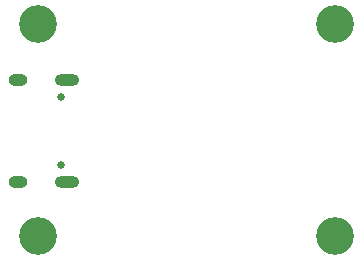
<source format=gbr>
%TF.GenerationSoftware,KiCad,Pcbnew,7.0.5*%
%TF.CreationDate,2023-07-02T14:02:18+02:00*%
%TF.ProjectId,usb_to_serial_converter,7573625f-746f-45f7-9365-7269616c5f63,rev?*%
%TF.SameCoordinates,Original*%
%TF.FileFunction,Soldermask,Bot*%
%TF.FilePolarity,Negative*%
%FSLAX46Y46*%
G04 Gerber Fmt 4.6, Leading zero omitted, Abs format (unit mm)*
G04 Created by KiCad (PCBNEW 7.0.5) date 2023-07-02 14:02:18*
%MOMM*%
%LPD*%
G01*
G04 APERTURE LIST*
%ADD10C,3.200000*%
%ADD11C,0.650000*%
%ADD12O,2.100000X1.000000*%
%ADD13O,1.600000X1.000000*%
G04 APERTURE END LIST*
D10*
%TO.C,H2*%
X136700000Y-71900000D03*
%TD*%
%TO.C,H4*%
X111600000Y-71900000D03*
%TD*%
D11*
%TO.C,J1*%
X113555000Y-78010000D03*
X113555000Y-83790000D03*
D12*
X114085000Y-76580000D03*
D13*
X109905000Y-76580000D03*
D12*
X114085000Y-85220000D03*
D13*
X109905000Y-85220000D03*
%TD*%
D10*
%TO.C,H1*%
X136700000Y-89800000D03*
%TD*%
%TO.C,H3*%
X111600000Y-89800000D03*
%TD*%
M02*

</source>
